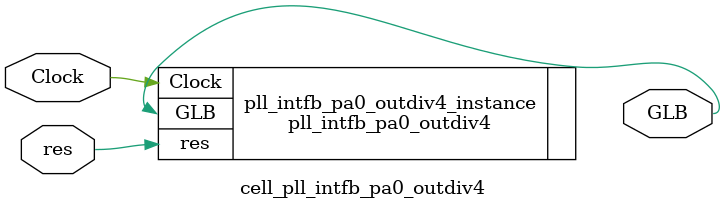
<source format=v>
module cell_pll_intfb_pa0_outdiv4 (
	Clock,
	res,
	GLB );

	input Clock;
	input res;
	output GLB;

	pll_intfb_pa0_outdiv4 pll_intfb_pa0_outdiv4_instance (
		.Clock(Clock),
		.res(res),
		.GLB(GLB)
	);

endmodule

</source>
